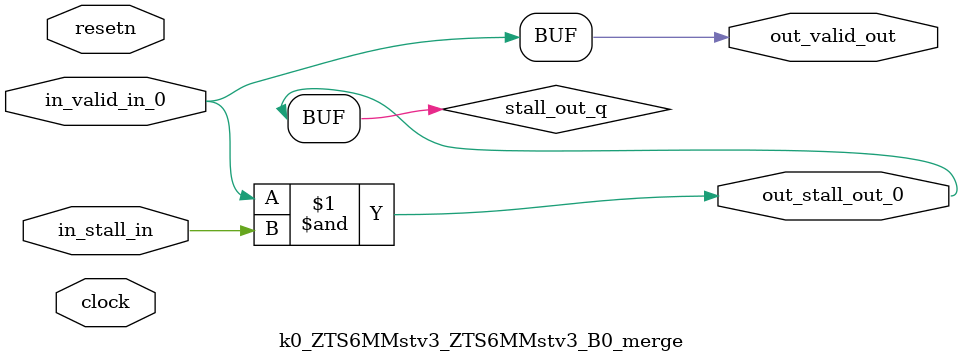
<source format=sv>



(* altera_attribute = "-name AUTO_SHIFT_REGISTER_RECOGNITION OFF; -name MESSAGE_DISABLE 10036; -name MESSAGE_DISABLE 10037; -name MESSAGE_DISABLE 14130; -name MESSAGE_DISABLE 14320; -name MESSAGE_DISABLE 15400; -name MESSAGE_DISABLE 14130; -name MESSAGE_DISABLE 10036; -name MESSAGE_DISABLE 12020; -name MESSAGE_DISABLE 12030; -name MESSAGE_DISABLE 12010; -name MESSAGE_DISABLE 12110; -name MESSAGE_DISABLE 14320; -name MESSAGE_DISABLE 13410; -name MESSAGE_DISABLE 113007; -name MESSAGE_DISABLE 10958" *)
module k0_ZTS6MMstv3_ZTS6MMstv3_B0_merge (
    input wire [0:0] in_stall_in,
    input wire [0:0] in_valid_in_0,
    output wire [0:0] out_stall_out_0,
    output wire [0:0] out_valid_out,
    input wire clock,
    input wire resetn
    );

    wire [0:0] stall_out_q;


    // stall_out(LOGICAL,6)
    assign stall_out_q = in_valid_in_0 & in_stall_in;

    // out_stall_out_0(GPOUT,4)
    assign out_stall_out_0 = stall_out_q;

    // out_valid_out(GPOUT,5)
    assign out_valid_out = in_valid_in_0;

endmodule

</source>
